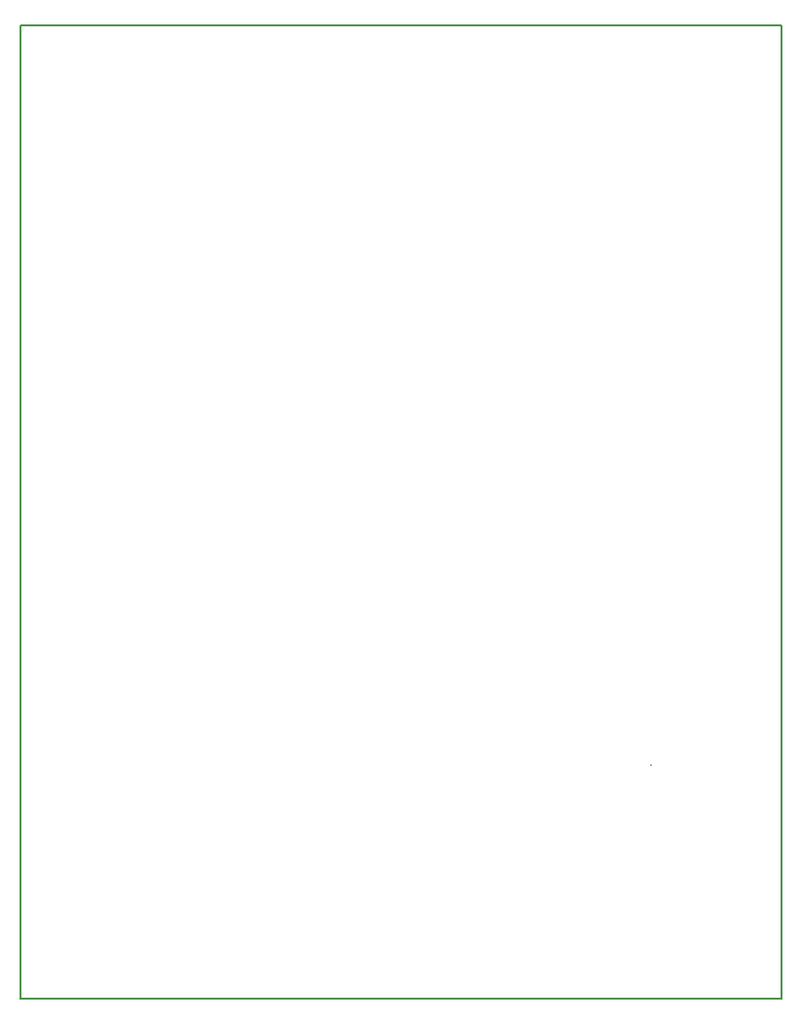
<source format=gbr>
G04 #@! TF.GenerationSoftware,KiCad,Pcbnew,(5.1.4)-1*
G04 #@! TF.CreationDate,2021-01-18T10:38:24+05:30*
G04 #@! TF.ProjectId,power,706f7765-722e-46b6-9963-61645f706362,rev?*
G04 #@! TF.SameCoordinates,Original*
G04 #@! TF.FileFunction,Profile,NP*
%FSLAX46Y46*%
G04 Gerber Fmt 4.6, Leading zero omitted, Abs format (unit mm)*
G04 Created by KiCad (PCBNEW (5.1.4)-1) date 2021-01-18 10:38:24*
%MOMM*%
%LPD*%
G04 APERTURE LIST*
%ADD10C,0.200000*%
G04 APERTURE END LIST*
D10*
X186294252Y-113242217D02*
G75*
G02X186294252Y-113242217I-1J-2032000D01*
G01*
X197612000Y-49022000D02*
X197612000Y-133538000D01*
X131500000Y-49022000D02*
X131500000Y-133538000D01*
X131500000Y-49022000D02*
X197612000Y-49022000D01*
X131500000Y-133538000D02*
X197612000Y-133538000D01*
M02*

</source>
